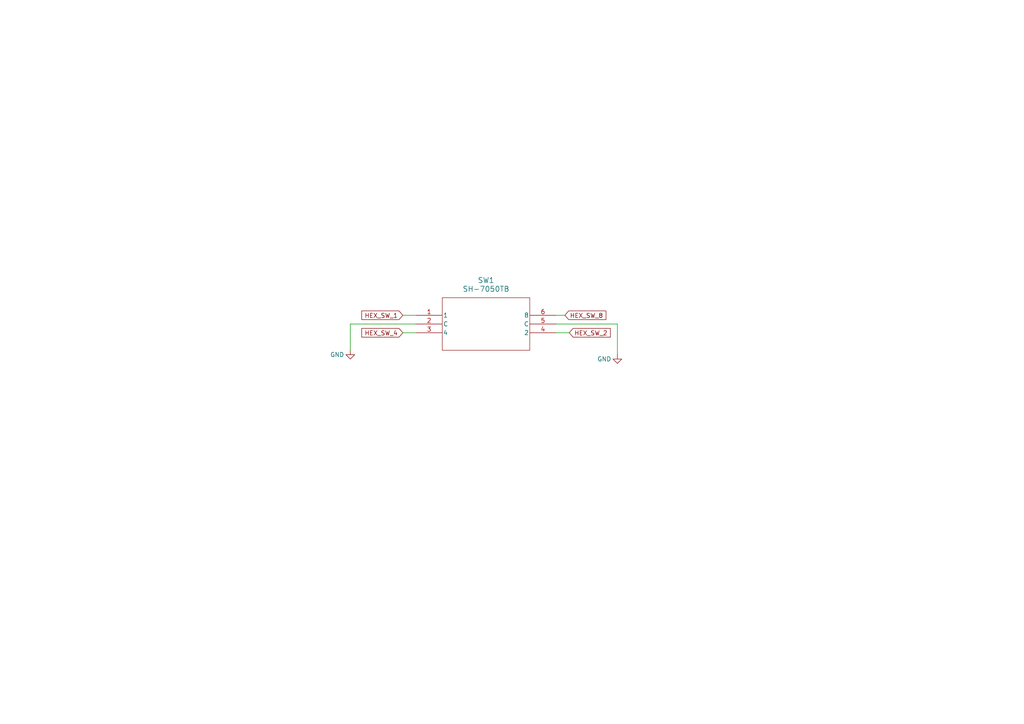
<source format=kicad_sch>
(kicad_sch (version 20231120) (generator "eeschema") (generator_version "8.0")
  (paper "A4")
  (lib_symbols
    (symbol "SH-7050TB:SH-7050TB" (pin_names (offset 0.254))
      (property "Reference" "SW" (at 20.32 10.16 0))
      (property "Value" "SH-7050TB" (at 20.32 7.62 0))
      (symbol "SH-7050TB_0_1"
        (polyline (pts (xy 7.62 -10.16) (xy 33.02 -10.16)) (stroke (width 0.127)))
        (polyline (pts (xy 7.62 5.08) (xy 7.62 -10.16)) (stroke (width 0.127)))
        (polyline (pts (xy 33.02 -10.16) (xy 33.02 5.08)) (stroke (width 0.127)))
        (polyline (pts (xy 33.02 5.08) (xy 7.62 5.08)) (stroke (width 0.127)))
        (pin unspecified line (at 0 0 0) (length 7.62) (name "1") (number "1"))
        (pin unspecified line (at 0 -2.54 0) (length 7.62) (name "C") (number "2"))
        (pin unspecified line (at 0 -5.08 0) (length 7.62) (name "4") (number "3"))
        (pin unspecified line (at 40.64 -5.08 180) (length 7.62) (name "2") (number "4"))
        (pin unspecified line (at 40.64 -2.54 180) (length 7.62) (name "C") (number "5"))
        (pin unspecified line (at 40.64 0 180) (length 7.62) (name "8") (number "6"))
      )
    )
    (symbol "power:GND" (power) (pin_names (offset 0))
      (property "Value" "GND" (at 0 -3.81 0))
      (symbol "GND_0_1"
        (polyline (pts (xy 0 0) (xy 0 -1.27) (xy 1.27 -1.27) (xy 0 -2.54) (xy -1.27 -1.27) (xy 0 -1.27)))
      )
      (symbol "GND_1_1"
        (pin power_in line (at 0 0 270) (length 0) hide (name "GND") (number "1"))
      )
    )
  )
  (wire (pts (xy 161.29 93.98) (xy 179.07 93.98)))
  (wire (pts (xy 116.84 91.44) (xy 120.65 91.44)))
  (wire (pts (xy 101.6 93.98) (xy 101.6 101.6)))
  (wire (pts (xy 161.29 91.44) (xy 163.83 91.44)))
  (wire (pts (xy 116.84 96.52) (xy 120.65 96.52)))
  (wire (pts (xy 179.07 93.98) (xy 179.07 102.87)))
  (wire (pts (xy 161.29 96.52) (xy 165.1 96.52)))
  (wire (pts (xy 120.65 93.98) (xy 101.6 93.98)))
  (global_label "HEX_SW_8" (shape input) (at 163.83 91.44 0) (property "Intersheetrefs" "${INTERSHEET_REFS}" (effects (hide yes))))
  (global_label "HEX_SW_2" (shape input) (at 165.1 96.52 0) (property "Intersheetrefs" "${INTERSHEET_REFS}" (effects (hide yes))))
  (global_label "HEX_SW_1" (shape input) (at 116.84 91.44 180) (property "Intersheetrefs" "${INTERSHEET_REFS}" (effects (hide yes))))
  (global_label "HEX_SW_4" (shape input) (at 116.84 96.52 180) (property "Intersheetrefs" "${INTERSHEET_REFS}" (effects (hide yes))))
  (symbol (lib_id "power:GND") (at 101.6 101.6 0) (unit 1)
    (property "Reference" "#PWR048" (effects (hide yes)))
    (property "Value" "GND" (at 97.79 102.87 0))
  )
  (symbol (lib_id "SH-7050TB:SH-7050TB") (at 120.65 91.44 0) (unit 1)
    (property "Reference" "SW1" (at 140.97 81.28 0) (effects (font (size 1.524 1.524))))
    (property "Value" "SH-7050TB" (at 140.97 83.82 0) (effects (font (size 1.524 1.524))))
    (property "Footprint" "duso:SH-7050B_NDC" (effects (hide yes)))
    (property "Datasheet" "SH-7050TB" (effects (hide yes)))
  )
  (symbol (lib_id "power:GND") (at 179.07 102.87 0) (unit 1)
    (property "Reference" "#PWR049" (effects (hide yes)))
    (property "Value" "GND" (at 175.26 104.14 0))
  )
)
</source>
